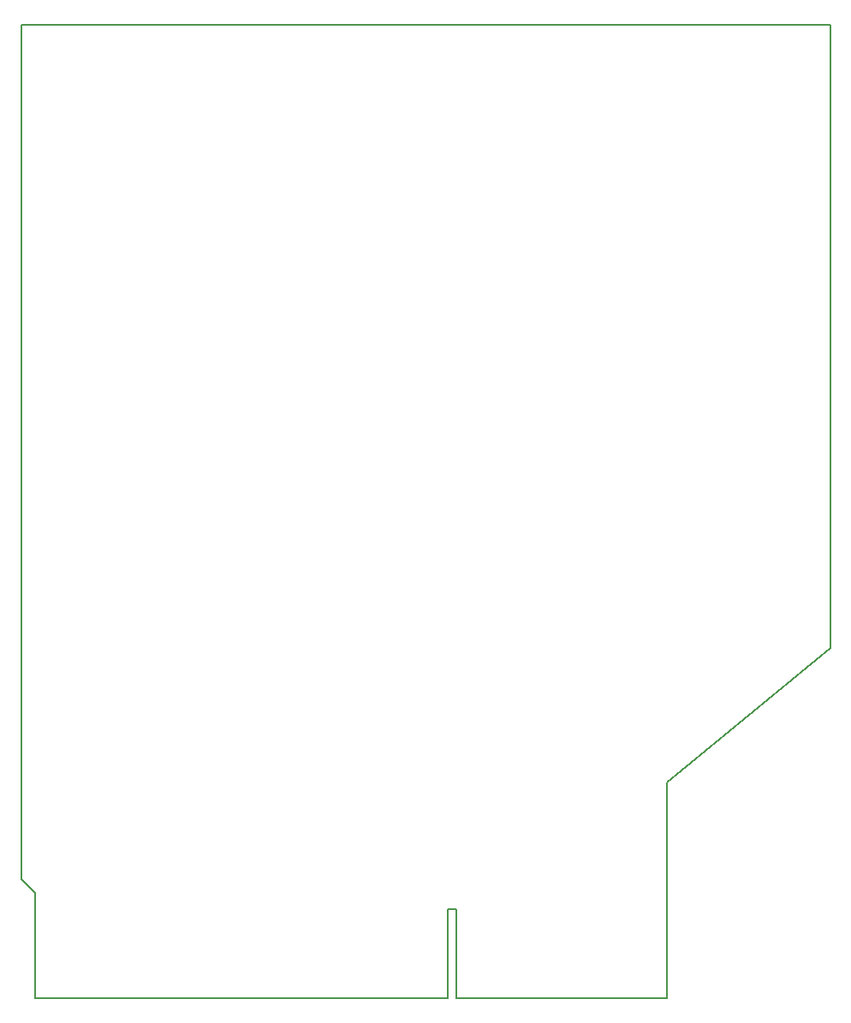
<source format=gm1>
G04 DipTrace 4.2.0.1*
G04 KKV_BoardOutline.gbr*
%MOMM*%
G04 #@! TF.FileFunction,Profile*
G04 #@! TF.Part,Single*
%ADD12C,0.14*%
%FSLAX35Y35*%
G04*
G71*
G90*
G75*
G01*
G04 BoardOutline*
%LPD*%
X-7861300Y-8578833D2*
D12*
Y-8763000D1*
Y-9613867D1*
Y-9620233D1*
X-3780800Y-9618967D1*
Y-8742667D1*
X-3698233D1*
Y-9618967D1*
X-1612900Y-9620233D1*
Y-8432800D1*
Y-7493000D1*
X0Y-6159467D1*
Y0D1*
X-8001000D1*
Y-8445467D1*
X-7861300Y-8578833D1*
M02*

</source>
